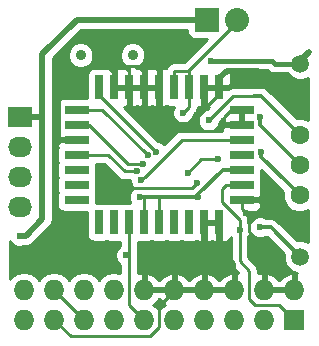
<source format=gbr>
G04 #@! TF.FileFunction,Copper,L1,Top,Signal*
%FSLAX46Y46*%
G04 Gerber Fmt 4.6, Leading zero omitted, Abs format (unit mm)*
G04 Created by KiCad (PCBNEW (2015-10-03 BZR 6242)-product) date Sat 14 Nov 2015 03:55:45 PM EET*
%MOMM*%
G01*
G04 APERTURE LIST*
%ADD10C,0.100000*%
%ADD11R,2.032000X0.762000*%
%ADD12R,0.762000X2.032000*%
%ADD13C,1.600000*%
%ADD14C,0.909320*%
%ADD15R,2.032000X2.032000*%
%ADD16O,2.032000X2.032000*%
%ADD17R,1.727200X1.727200*%
%ADD18O,1.727200X1.727200*%
%ADD19R,2.032000X1.727200*%
%ADD20O,2.032000X1.727200*%
%ADD21C,1.500000*%
%ADD22C,0.600000*%
%ADD23C,0.250000*%
%ADD24C,0.500000*%
%ADD25C,0.300000*%
%ADD26C,0.350000*%
%ADD27C,0.400000*%
%ADD28C,0.254000*%
G04 APERTURE END LIST*
D10*
D11*
X155575000Y-106680000D03*
X155575000Y-105410000D03*
X155575000Y-104140000D03*
X155575000Y-102870000D03*
D12*
X153670000Y-100965000D03*
X152400000Y-100965000D03*
X151130000Y-100965000D03*
X149860000Y-100965000D03*
X148590000Y-100965000D03*
X147320000Y-100965000D03*
X146050000Y-100965000D03*
X144780000Y-100965000D03*
X143510000Y-100965000D03*
D11*
X141605000Y-102870000D03*
X141605000Y-104140000D03*
X141605000Y-105410000D03*
X141605000Y-106680000D03*
X141605000Y-107950000D03*
X141605000Y-109220000D03*
X141605000Y-110490000D03*
D12*
X143510000Y-112395000D03*
X144780000Y-112395000D03*
X146050000Y-112395000D03*
X147320000Y-112395000D03*
X148590000Y-112395000D03*
X149860000Y-112395000D03*
X151130000Y-112395000D03*
X152400000Y-112395000D03*
X153670000Y-112395000D03*
D11*
X155575000Y-110490000D03*
X155575000Y-109220000D03*
X155575000Y-107950000D03*
D13*
X160528000Y-107569000D03*
X160528000Y-110109000D03*
X160528000Y-105029000D03*
D14*
X141945360Y-98264040D03*
X146344640Y-98264040D03*
D15*
X152654000Y-95250000D03*
D16*
X155194000Y-95250000D03*
D17*
X160020000Y-120650000D03*
D18*
X160020000Y-118110000D03*
X157480000Y-120650000D03*
X157480000Y-118110000D03*
X154940000Y-120650000D03*
X154940000Y-118110000D03*
X152400000Y-120650000D03*
X152400000Y-118110000D03*
X149860000Y-120650000D03*
X149860000Y-118110000D03*
X147320000Y-120650000D03*
X147320000Y-118110000D03*
X144780000Y-120650000D03*
X144780000Y-118110000D03*
X142240000Y-120650000D03*
X142240000Y-118110000D03*
X139700000Y-120650000D03*
X139700000Y-118110000D03*
X137160000Y-120650000D03*
X137160000Y-118110000D03*
D19*
X136779000Y-103505000D03*
D20*
X136779000Y-106045000D03*
X136779000Y-108585000D03*
X136779000Y-111125000D03*
D21*
X160528000Y-115316000D03*
X160528000Y-98958400D03*
D22*
X146939000Y-110236000D03*
X151892000Y-110236000D03*
X136779000Y-113538000D03*
X139801600Y-109677200D03*
X144399000Y-98933000D03*
X143256000Y-96774000D03*
X141605000Y-114681000D03*
X141478000Y-116205000D03*
X154059000Y-104140000D03*
X160147000Y-100633786D03*
X146812000Y-102997000D03*
X145669008Y-110236000D03*
X151765000Y-109093000D03*
X155956000Y-111633000D03*
X148367169Y-106452081D03*
X147610233Y-106711054D03*
X147193000Y-107442000D03*
X146685000Y-108077000D03*
X147066000Y-108839000D03*
X150622000Y-103124000D03*
X155397200Y-113030000D03*
X145796000Y-115189000D03*
X157099000Y-103505000D03*
X152781000Y-103759000D03*
X157226000Y-106426000D03*
X153543000Y-107061000D03*
X151003000Y-108204000D03*
X153009600Y-98704400D03*
X157124400Y-112826800D03*
D23*
X147320000Y-112395000D02*
X147320000Y-110236000D01*
X147320000Y-110236000D02*
X148213000Y-110236000D01*
D24*
X136779000Y-113538000D02*
X137287000Y-113538000D01*
X137287000Y-113538000D02*
X138684000Y-112141000D01*
X138684000Y-112141000D02*
X138684000Y-103509281D01*
D25*
X151892000Y-110236000D02*
X151892000Y-110018362D01*
X151892000Y-110018362D02*
X153960362Y-107950000D01*
X153960362Y-107950000D02*
X155575000Y-107950000D01*
X146939000Y-110236000D02*
X147363264Y-110236000D01*
X147363264Y-110236000D02*
X151892000Y-110236000D01*
D24*
X136779000Y-103505000D02*
X138679719Y-103505000D01*
X136779000Y-103505000D02*
X138432727Y-103505000D01*
D23*
X138679719Y-103505000D02*
X138432727Y-103505000D01*
D24*
X138684000Y-98171000D02*
X141605000Y-95250000D01*
X141605000Y-95250000D02*
X152654000Y-95250000D01*
X138684000Y-100235996D02*
X138684000Y-98171000D01*
X138684000Y-103509281D02*
X138684000Y-100235996D01*
D23*
X138684000Y-103509281D02*
X138679719Y-103505000D01*
X148213000Y-110236000D02*
X146939000Y-110236000D01*
X149987000Y-110236000D02*
X151892000Y-110236000D01*
X148590000Y-110236000D02*
X149987000Y-110236000D01*
X148590000Y-110236000D02*
X148680998Y-110236000D01*
X148213000Y-110236000D02*
X148590000Y-110236000D01*
X148590000Y-110236000D02*
X148590000Y-112395000D01*
X155956000Y-111633000D02*
X156210000Y-111887000D01*
X156210000Y-111887000D02*
X156210000Y-113182400D01*
X156210000Y-113182400D02*
X157480000Y-114452400D01*
X157480000Y-114452400D02*
X157480000Y-116888686D01*
X157480000Y-116888686D02*
X157480000Y-118110000D01*
D24*
X139801600Y-112877600D02*
X141605000Y-114681000D01*
X139801600Y-109677200D02*
X139827000Y-109651800D01*
X139827000Y-109651800D02*
X139827000Y-105791000D01*
X139827000Y-105791000D02*
X140208000Y-105410000D01*
X139801600Y-109677200D02*
X139801600Y-112877600D01*
D23*
X160020000Y-118110000D02*
X157480000Y-118110000D01*
X154940000Y-118110000D02*
X152400000Y-118110000D01*
X152400000Y-118110000D02*
X149860000Y-118110000D01*
X149860000Y-118110000D02*
X147320000Y-118110000D01*
X154686000Y-102870000D02*
X154059000Y-103497000D01*
X154059000Y-103497000D02*
X154059000Y-104140000D01*
X155575000Y-102870000D02*
X154686000Y-102870000D01*
X154059000Y-104140000D02*
X153797000Y-104140000D01*
X153797000Y-104140000D02*
X153289000Y-104648000D01*
X153289000Y-104648000D02*
X151511000Y-104648000D01*
X151384000Y-104521000D02*
X151375000Y-104521000D01*
X151511000Y-104648000D02*
X151384000Y-104521000D01*
X151375000Y-104521000D02*
X150982001Y-104128001D01*
D24*
X156972000Y-99568000D02*
X158037786Y-100633786D01*
X158037786Y-100633786D02*
X160147000Y-100633786D01*
X154305000Y-99568000D02*
X156972000Y-99568000D01*
X153670000Y-100203000D02*
X154305000Y-99568000D01*
X153670000Y-100965000D02*
X153670000Y-100203000D01*
D23*
X144145000Y-99187000D02*
X144399000Y-98933000D01*
D24*
X143510000Y-96774000D02*
X143256000Y-96774000D01*
X144145000Y-97409000D02*
X143510000Y-96774000D01*
X144145000Y-99187000D02*
X144145000Y-97409000D01*
D23*
X155575000Y-110490000D02*
X155575000Y-111252000D01*
X155575000Y-111252000D02*
X155956000Y-111633000D01*
X153670000Y-100965000D02*
X153670000Y-101567002D01*
X153670000Y-101567002D02*
X152400000Y-102837002D01*
X140081000Y-105283000D02*
X140081000Y-102588345D01*
X140081000Y-102588345D02*
X140081000Y-102362000D01*
X144145000Y-99187000D02*
X143129000Y-99187000D01*
X140081000Y-100838000D02*
X140081000Y-102588345D01*
X143129000Y-99187000D02*
X143002000Y-99314000D01*
X143002000Y-99314000D02*
X141605000Y-99314000D01*
X141605000Y-99314000D02*
X140081000Y-100838000D01*
X146685000Y-99187000D02*
X146812000Y-99187000D01*
X146812000Y-99187000D02*
X147320000Y-99695000D01*
X147320000Y-99695000D02*
X147320000Y-100965000D01*
X146685000Y-99187000D02*
X148209000Y-99187000D01*
X148209000Y-99187000D02*
X148590000Y-99568000D01*
X148590000Y-99568000D02*
X148590000Y-100965000D01*
X144780000Y-100965000D02*
X144780000Y-99822000D01*
X144780000Y-99822000D02*
X144145000Y-99187000D01*
X144145000Y-99187000D02*
X146050000Y-99187000D01*
X146050000Y-99187000D02*
X146685000Y-99187000D01*
X141605000Y-114681000D02*
X141605000Y-116078000D01*
X141605000Y-116078000D02*
X141478000Y-116205000D01*
X141605000Y-105410000D02*
X140208000Y-105410000D01*
X140208000Y-105410000D02*
X140081000Y-105283000D01*
X147828000Y-122047000D02*
X141097000Y-122047000D01*
X141097000Y-122047000D02*
X139700000Y-120650000D01*
X148590000Y-121285000D02*
X147828000Y-122047000D01*
X148590000Y-119507000D02*
X148590000Y-121285000D01*
X149860000Y-118237000D02*
X148590000Y-119507000D01*
X149860000Y-118110000D02*
X149860000Y-118237000D01*
X146812000Y-102997000D02*
X148303002Y-102997000D01*
X148303002Y-102997000D02*
X148590000Y-102710002D01*
D24*
X148590000Y-100965000D02*
X148590000Y-102710002D01*
X150982001Y-104128001D02*
X151109001Y-104128001D01*
X150728001Y-104128001D02*
X150982001Y-104128001D01*
X150007999Y-104128001D02*
X150728001Y-104128001D01*
X148590000Y-102710002D02*
X150007999Y-104128001D01*
X152400000Y-102837002D02*
X152400000Y-102710002D01*
X151109001Y-104128001D02*
X152400000Y-102837002D01*
D23*
X145969007Y-109936001D02*
X145669008Y-110236000D01*
X146431008Y-109474000D02*
X145969007Y-109936001D01*
X151384000Y-109474000D02*
X146431008Y-109474000D01*
X151765000Y-109093000D02*
X151384000Y-109474000D01*
X156210000Y-110490000D02*
X155575000Y-110490000D01*
X146050000Y-99187000D02*
X146050000Y-100965000D01*
X154940000Y-118110000D02*
X154940000Y-115828125D01*
X154940000Y-115828125D02*
X153665875Y-114554000D01*
X152400000Y-118110000D02*
X152400000Y-114935000D01*
X152400000Y-114935000D02*
X152781000Y-114554000D01*
X148980999Y-115071999D02*
X149860000Y-115951000D01*
X149860000Y-115951000D02*
X149860000Y-118110000D01*
X147320000Y-118110000D02*
X147320000Y-115787998D01*
X147320000Y-115787998D02*
X148035999Y-115071999D01*
X148035999Y-115071999D02*
X148980999Y-115071999D01*
D24*
X155575000Y-102870000D02*
X156210000Y-102870000D01*
X155575000Y-104140000D02*
X154059000Y-104140000D01*
X152400000Y-102710002D02*
X152400000Y-102481000D01*
X152400000Y-102481000D02*
X152400000Y-100965000D01*
X141478000Y-105537000D02*
X141605000Y-105410000D01*
X153665875Y-114554000D02*
X152781000Y-114554000D01*
X153670000Y-112395000D02*
X153670000Y-113030000D01*
X153670000Y-113030000D02*
X153665875Y-113034125D01*
X153665875Y-113034125D02*
X153665875Y-114554000D01*
X152781000Y-114554000D02*
X152400000Y-114173000D01*
X152400000Y-114173000D02*
X152400000Y-112395000D01*
D23*
X148362081Y-106452081D02*
X148367169Y-106452081D01*
X143510000Y-100965000D02*
X143510000Y-101600000D01*
X143510000Y-101600000D02*
X148362081Y-106452081D01*
X141605000Y-102870000D02*
X143769179Y-102870000D01*
X143769179Y-102870000D02*
X147610233Y-106711054D01*
X145923000Y-107442000D02*
X147193000Y-107442000D01*
X145034000Y-106553000D02*
X145923000Y-107442000D01*
X145034000Y-106553000D02*
X142621000Y-104140000D01*
X142621000Y-104140000D02*
X141605000Y-104140000D01*
X144272000Y-106680000D02*
X145669000Y-108077000D01*
X145669000Y-108077000D02*
X146685000Y-108077000D01*
X141605000Y-106680000D02*
X144272000Y-106680000D01*
X141605000Y-106680000D02*
X142240000Y-106680000D01*
X155575000Y-105410000D02*
X150495000Y-105410000D01*
X147365999Y-108539001D02*
X147066000Y-108839000D01*
X150495000Y-105410000D02*
X147365999Y-108539001D01*
X155194000Y-95250000D02*
X155194000Y-95429524D01*
X154178001Y-96445523D02*
X151027262Y-99596262D01*
X155194000Y-95429524D02*
X154178001Y-96445523D01*
X150622000Y-103124000D02*
X151130000Y-102616000D01*
X151130000Y-102616000D02*
X151130000Y-100965000D01*
X149860000Y-99596262D02*
X149860000Y-100965000D01*
X151130000Y-100965000D02*
X151130000Y-99699000D01*
X151130000Y-99699000D02*
X151027262Y-99596262D01*
X151027262Y-99596262D02*
X149860000Y-99596262D01*
X156718000Y-119380000D02*
X158750000Y-119380000D01*
X158750000Y-119380000D02*
X160020000Y-120650000D01*
X156210000Y-118872000D02*
X156718000Y-119380000D01*
X156210000Y-116484400D02*
X156210000Y-118872000D01*
X155397200Y-115671600D02*
X156210000Y-116484400D01*
X155397200Y-113030000D02*
X155397200Y-115671600D01*
X153873200Y-109575600D02*
X154228800Y-109220000D01*
X154228800Y-109220000D02*
X155575000Y-109220000D01*
X153873200Y-110693200D02*
X153873200Y-109575600D01*
X155397200Y-112217200D02*
X153873200Y-110693200D01*
X155397200Y-113030000D02*
X155397200Y-112217200D01*
X160020000Y-120650000D02*
X159385000Y-120650000D01*
X145796000Y-115189000D02*
X145917733Y-115189000D01*
X145917733Y-115189000D02*
X146049998Y-115056735D01*
X146049998Y-114173000D02*
X146049998Y-115056735D01*
X146049998Y-115056735D02*
X146049998Y-119379998D01*
X146049998Y-119379998D02*
X147320000Y-120650000D01*
X146049998Y-113748736D02*
X146049998Y-114173000D01*
X146049998Y-112140998D02*
X146049998Y-113748736D01*
D26*
X157099000Y-104114600D02*
X157099000Y-104140000D01*
X157099000Y-104140000D02*
X160528000Y-107569000D01*
X157099000Y-103505000D02*
X157099000Y-104114600D01*
D23*
X160528000Y-107569000D02*
X160528000Y-107823000D01*
D26*
X156591000Y-101727000D02*
X157226000Y-101727000D01*
X157226000Y-101727000D02*
X160528000Y-105029000D01*
D23*
X160528000Y-105029000D02*
X160782000Y-105029000D01*
X152781000Y-103759000D02*
X154813000Y-101727000D01*
X154813000Y-101727000D02*
X156591000Y-101727000D01*
D26*
X159392536Y-109016800D02*
X159435800Y-109016800D01*
X159435800Y-109016800D02*
X160528000Y-110109000D01*
X157226000Y-106426000D02*
X157226000Y-106850264D01*
X157226000Y-106850264D02*
X159392536Y-109016800D01*
D23*
X160274000Y-110109000D02*
X160528000Y-110109000D01*
X153543000Y-107061000D02*
X152146000Y-107061000D01*
X152146000Y-107061000D02*
X151003000Y-108204000D01*
X142238589Y-120650000D02*
X142240000Y-120650000D01*
X140563599Y-118975010D02*
X142238589Y-120650000D01*
X140563599Y-118973599D02*
X140563599Y-118975010D01*
X139700000Y-118110000D02*
X140563599Y-118973599D01*
D24*
X160528000Y-98704400D02*
X161239200Y-97993200D01*
X160528000Y-98958400D02*
X160528000Y-98704400D01*
D27*
X158394400Y-98958400D02*
X158140400Y-98704400D01*
X158140400Y-98704400D02*
X153009600Y-98704400D01*
X160528000Y-98958400D02*
X158394400Y-98958400D01*
D26*
X158038800Y-112826800D02*
X157124400Y-112826800D01*
X158038800Y-112826800D02*
X160528000Y-115316000D01*
D28*
G36*
X139827000Y-120523000D02*
X139847000Y-120523000D01*
X139847000Y-120777000D01*
X139827000Y-120777000D01*
X139827000Y-120797000D01*
X139573000Y-120797000D01*
X139573000Y-120777000D01*
X139553000Y-120777000D01*
X139553000Y-120523000D01*
X139573000Y-120523000D01*
X139573000Y-120503000D01*
X139827000Y-120503000D01*
X139827000Y-120523000D01*
X139827000Y-120523000D01*
G37*
X139827000Y-120523000D02*
X139847000Y-120523000D01*
X139847000Y-120777000D01*
X139827000Y-120777000D01*
X139827000Y-120797000D01*
X139573000Y-120797000D01*
X139573000Y-120777000D01*
X139553000Y-120777000D01*
X139553000Y-120523000D01*
X139573000Y-120523000D01*
X139573000Y-120503000D01*
X139827000Y-120503000D01*
X139827000Y-120523000D01*
G36*
X148971510Y-119316821D02*
X149094228Y-119374336D01*
X148770971Y-119590330D01*
X148590000Y-119861172D01*
X148409029Y-119590330D01*
X148085772Y-119374336D01*
X148208490Y-119316821D01*
X148590000Y-118898848D01*
X148971510Y-119316821D01*
X148971510Y-119316821D01*
G37*
X148971510Y-119316821D02*
X149094228Y-119374336D01*
X148770971Y-119590330D01*
X148590000Y-119861172D01*
X148409029Y-119590330D01*
X148085772Y-119374336D01*
X148208490Y-119316821D01*
X148590000Y-118898848D01*
X148971510Y-119316821D01*
G36*
X156331283Y-113355743D02*
X156594073Y-113618992D01*
X156937601Y-113761638D01*
X157309567Y-113761962D01*
X157612483Y-113636800D01*
X157703288Y-113636800D01*
X159143208Y-115076721D01*
X159142760Y-115590285D01*
X159353169Y-116099515D01*
X159742436Y-116489461D01*
X160251298Y-116700759D01*
X160290911Y-116700794D01*
X160147000Y-116775531D01*
X160147000Y-117983000D01*
X160167000Y-117983000D01*
X160167000Y-118237000D01*
X160147000Y-118237000D01*
X160147000Y-118257000D01*
X159893000Y-118257000D01*
X159893000Y-118237000D01*
X157607000Y-118237000D01*
X157607000Y-118257000D01*
X157353000Y-118257000D01*
X157353000Y-118237000D01*
X157333000Y-118237000D01*
X157333000Y-117983000D01*
X157353000Y-117983000D01*
X157353000Y-116775531D01*
X157607000Y-116775531D01*
X157607000Y-117983000D01*
X159893000Y-117983000D01*
X159893000Y-116775531D01*
X159660973Y-116655032D01*
X159131510Y-116903179D01*
X158750000Y-117321152D01*
X158368490Y-116903179D01*
X157839027Y-116655032D01*
X157607000Y-116775531D01*
X157353000Y-116775531D01*
X157120973Y-116655032D01*
X156970000Y-116725790D01*
X156970000Y-116484400D01*
X156912148Y-116193561D01*
X156747401Y-115946999D01*
X156157200Y-115356798D01*
X156157200Y-113592463D01*
X156189392Y-113560327D01*
X156302883Y-113287011D01*
X156331283Y-113355743D01*
X156331283Y-113355743D01*
G37*
X156331283Y-113355743D02*
X156594073Y-113618992D01*
X156937601Y-113761638D01*
X157309567Y-113761962D01*
X157612483Y-113636800D01*
X157703288Y-113636800D01*
X159143208Y-115076721D01*
X159142760Y-115590285D01*
X159353169Y-116099515D01*
X159742436Y-116489461D01*
X160251298Y-116700759D01*
X160290911Y-116700794D01*
X160147000Y-116775531D01*
X160147000Y-117983000D01*
X160167000Y-117983000D01*
X160167000Y-118237000D01*
X160147000Y-118237000D01*
X160147000Y-118257000D01*
X159893000Y-118257000D01*
X159893000Y-118237000D01*
X157607000Y-118237000D01*
X157607000Y-118257000D01*
X157353000Y-118257000D01*
X157353000Y-118237000D01*
X157333000Y-118237000D01*
X157333000Y-117983000D01*
X157353000Y-117983000D01*
X157353000Y-116775531D01*
X157607000Y-116775531D01*
X157607000Y-117983000D01*
X159893000Y-117983000D01*
X159893000Y-116775531D01*
X159660973Y-116655032D01*
X159131510Y-116903179D01*
X158750000Y-117321152D01*
X158368490Y-116903179D01*
X157839027Y-116655032D01*
X157607000Y-116775531D01*
X157353000Y-116775531D01*
X157120973Y-116655032D01*
X156970000Y-116725790D01*
X156970000Y-116484400D01*
X156912148Y-116193561D01*
X156747401Y-115946999D01*
X156157200Y-115356798D01*
X156157200Y-113592463D01*
X156189392Y-113560327D01*
X156302883Y-113287011D01*
X156331283Y-113355743D01*
G36*
X152527000Y-112268000D02*
X153543000Y-112268000D01*
X153543000Y-112248000D01*
X153797000Y-112248000D01*
X153797000Y-112268000D01*
X153817000Y-112268000D01*
X153817000Y-112522000D01*
X153797000Y-112522000D01*
X153797000Y-113887250D01*
X153955750Y-114046000D01*
X154177310Y-114046000D01*
X154410699Y-113949327D01*
X154589327Y-113770698D01*
X154637200Y-113655122D01*
X154637200Y-115671600D01*
X154695052Y-115962439D01*
X154859799Y-116209001D01*
X155311831Y-116661033D01*
X155299027Y-116655032D01*
X155067000Y-116775531D01*
X155067000Y-117983000D01*
X155087000Y-117983000D01*
X155087000Y-118237000D01*
X155067000Y-118237000D01*
X155067000Y-118257000D01*
X154813000Y-118257000D01*
X154813000Y-118237000D01*
X152527000Y-118237000D01*
X152527000Y-118257000D01*
X152273000Y-118257000D01*
X152273000Y-118237000D01*
X149987000Y-118237000D01*
X149987000Y-118257000D01*
X149733000Y-118257000D01*
X149733000Y-118237000D01*
X147447000Y-118237000D01*
X147447000Y-118257000D01*
X147193000Y-118257000D01*
X147193000Y-118237000D01*
X147173000Y-118237000D01*
X147173000Y-117983000D01*
X147193000Y-117983000D01*
X147193000Y-116775531D01*
X147447000Y-116775531D01*
X147447000Y-117983000D01*
X149733000Y-117983000D01*
X149733000Y-116775531D01*
X149987000Y-116775531D01*
X149987000Y-117983000D01*
X152273000Y-117983000D01*
X152273000Y-116775531D01*
X152527000Y-116775531D01*
X152527000Y-117983000D01*
X154813000Y-117983000D01*
X154813000Y-116775531D01*
X154580973Y-116655032D01*
X154051510Y-116903179D01*
X153670000Y-117321152D01*
X153288490Y-116903179D01*
X152759027Y-116655032D01*
X152527000Y-116775531D01*
X152273000Y-116775531D01*
X152040973Y-116655032D01*
X151511510Y-116903179D01*
X151130000Y-117321152D01*
X150748490Y-116903179D01*
X150219027Y-116655032D01*
X149987000Y-116775531D01*
X149733000Y-116775531D01*
X149500973Y-116655032D01*
X148971510Y-116903179D01*
X148590000Y-117321152D01*
X148208490Y-116903179D01*
X147679027Y-116655032D01*
X147447000Y-116775531D01*
X147193000Y-116775531D01*
X146960973Y-116655032D01*
X146809998Y-116725790D01*
X146809998Y-114032316D01*
X146939000Y-114058440D01*
X147701000Y-114058440D01*
X147936317Y-114014162D01*
X147952099Y-114004007D01*
X147957110Y-114007431D01*
X148209000Y-114058440D01*
X148971000Y-114058440D01*
X149206317Y-114014162D01*
X149222099Y-114004007D01*
X149227110Y-114007431D01*
X149479000Y-114058440D01*
X150241000Y-114058440D01*
X150476317Y-114014162D01*
X150492099Y-114004007D01*
X150497110Y-114007431D01*
X150749000Y-114058440D01*
X151511000Y-114058440D01*
X151746317Y-114014162D01*
X151773538Y-113996646D01*
X151892690Y-114046000D01*
X152114250Y-114046000D01*
X152273000Y-113887250D01*
X152273000Y-112522000D01*
X152527000Y-112522000D01*
X152527000Y-113887250D01*
X152685750Y-114046000D01*
X152907310Y-114046000D01*
X153035000Y-113993109D01*
X153162690Y-114046000D01*
X153384250Y-114046000D01*
X153543000Y-113887250D01*
X153543000Y-112522000D01*
X152527000Y-112522000D01*
X152273000Y-112522000D01*
X152253000Y-112522000D01*
X152253000Y-112268000D01*
X152273000Y-112268000D01*
X152273000Y-112248000D01*
X152527000Y-112248000D01*
X152527000Y-112268000D01*
X152527000Y-112268000D01*
G37*
X152527000Y-112268000D02*
X153543000Y-112268000D01*
X153543000Y-112248000D01*
X153797000Y-112248000D01*
X153797000Y-112268000D01*
X153817000Y-112268000D01*
X153817000Y-112522000D01*
X153797000Y-112522000D01*
X153797000Y-113887250D01*
X153955750Y-114046000D01*
X154177310Y-114046000D01*
X154410699Y-113949327D01*
X154589327Y-113770698D01*
X154637200Y-113655122D01*
X154637200Y-115671600D01*
X154695052Y-115962439D01*
X154859799Y-116209001D01*
X155311831Y-116661033D01*
X155299027Y-116655032D01*
X155067000Y-116775531D01*
X155067000Y-117983000D01*
X155087000Y-117983000D01*
X155087000Y-118237000D01*
X155067000Y-118237000D01*
X155067000Y-118257000D01*
X154813000Y-118257000D01*
X154813000Y-118237000D01*
X152527000Y-118237000D01*
X152527000Y-118257000D01*
X152273000Y-118257000D01*
X152273000Y-118237000D01*
X149987000Y-118237000D01*
X149987000Y-118257000D01*
X149733000Y-118257000D01*
X149733000Y-118237000D01*
X147447000Y-118237000D01*
X147447000Y-118257000D01*
X147193000Y-118257000D01*
X147193000Y-118237000D01*
X147173000Y-118237000D01*
X147173000Y-117983000D01*
X147193000Y-117983000D01*
X147193000Y-116775531D01*
X147447000Y-116775531D01*
X147447000Y-117983000D01*
X149733000Y-117983000D01*
X149733000Y-116775531D01*
X149987000Y-116775531D01*
X149987000Y-117983000D01*
X152273000Y-117983000D01*
X152273000Y-116775531D01*
X152527000Y-116775531D01*
X152527000Y-117983000D01*
X154813000Y-117983000D01*
X154813000Y-116775531D01*
X154580973Y-116655032D01*
X154051510Y-116903179D01*
X153670000Y-117321152D01*
X153288490Y-116903179D01*
X152759027Y-116655032D01*
X152527000Y-116775531D01*
X152273000Y-116775531D01*
X152040973Y-116655032D01*
X151511510Y-116903179D01*
X151130000Y-117321152D01*
X150748490Y-116903179D01*
X150219027Y-116655032D01*
X149987000Y-116775531D01*
X149733000Y-116775531D01*
X149500973Y-116655032D01*
X148971510Y-116903179D01*
X148590000Y-117321152D01*
X148208490Y-116903179D01*
X147679027Y-116655032D01*
X147447000Y-116775531D01*
X147193000Y-116775531D01*
X146960973Y-116655032D01*
X146809998Y-116725790D01*
X146809998Y-114032316D01*
X146939000Y-114058440D01*
X147701000Y-114058440D01*
X147936317Y-114014162D01*
X147952099Y-114004007D01*
X147957110Y-114007431D01*
X148209000Y-114058440D01*
X148971000Y-114058440D01*
X149206317Y-114014162D01*
X149222099Y-114004007D01*
X149227110Y-114007431D01*
X149479000Y-114058440D01*
X150241000Y-114058440D01*
X150476317Y-114014162D01*
X150492099Y-114004007D01*
X150497110Y-114007431D01*
X150749000Y-114058440D01*
X151511000Y-114058440D01*
X151746317Y-114014162D01*
X151773538Y-113996646D01*
X151892690Y-114046000D01*
X152114250Y-114046000D01*
X152273000Y-113887250D01*
X152273000Y-112522000D01*
X152527000Y-112522000D01*
X152527000Y-113887250D01*
X152685750Y-114046000D01*
X152907310Y-114046000D01*
X153035000Y-113993109D01*
X153162690Y-114046000D01*
X153384250Y-114046000D01*
X153543000Y-113887250D01*
X153543000Y-112522000D01*
X152527000Y-112522000D01*
X152273000Y-112522000D01*
X152253000Y-112522000D01*
X152253000Y-112268000D01*
X152273000Y-112268000D01*
X152273000Y-112248000D01*
X152527000Y-112248000D01*
X152527000Y-112268000D01*
G36*
X150990560Y-96266000D02*
X151034838Y-96501317D01*
X151173910Y-96717441D01*
X151386110Y-96862431D01*
X151638000Y-96913440D01*
X152635282Y-96913440D01*
X150712460Y-98836262D01*
X149860000Y-98836262D01*
X149569161Y-98894114D01*
X149322599Y-99058861D01*
X149157852Y-99305423D01*
X149151667Y-99336516D01*
X149097310Y-99314000D01*
X148875750Y-99314000D01*
X148717000Y-99472750D01*
X148717000Y-100838000D01*
X148737000Y-100838000D01*
X148737000Y-101092000D01*
X148717000Y-101092000D01*
X148717000Y-102457250D01*
X148875750Y-102616000D01*
X149097310Y-102616000D01*
X149213264Y-102567970D01*
X149227110Y-102577431D01*
X149479000Y-102628440D01*
X149815371Y-102628440D01*
X149687162Y-102937201D01*
X149686838Y-103309167D01*
X149828883Y-103652943D01*
X150091673Y-103916192D01*
X150435201Y-104058838D01*
X150807167Y-104059162D01*
X151150943Y-103917117D01*
X151414192Y-103654327D01*
X151556838Y-103310799D01*
X151556879Y-103263923D01*
X151667401Y-103153401D01*
X151695358Y-103111560D01*
X151832148Y-102906839D01*
X151890000Y-102616000D01*
X151890000Y-102614886D01*
X151892690Y-102616000D01*
X152114250Y-102616000D01*
X152273000Y-102457250D01*
X152273000Y-101092000D01*
X152253000Y-101092000D01*
X152253000Y-100838000D01*
X152273000Y-100838000D01*
X152273000Y-100818000D01*
X152527000Y-100818000D01*
X152527000Y-100838000D01*
X153543000Y-100838000D01*
X153543000Y-100818000D01*
X153797000Y-100818000D01*
X153797000Y-100838000D01*
X154527250Y-100838000D01*
X154686000Y-100679250D01*
X154686000Y-99822691D01*
X154589327Y-99589302D01*
X154539425Y-99539400D01*
X157794532Y-99539400D01*
X157803966Y-99548834D01*
X158074859Y-99729839D01*
X158394400Y-99793400D01*
X159404564Y-99793400D01*
X159742436Y-100131861D01*
X160251298Y-100343159D01*
X160802285Y-100343640D01*
X161215000Y-100173110D01*
X161215000Y-103760473D01*
X160814691Y-103594250D01*
X160243813Y-103593752D01*
X160239887Y-103595374D01*
X157798756Y-101154244D01*
X157748997Y-101120996D01*
X157535974Y-100978658D01*
X157226000Y-100917000D01*
X156591000Y-100917000D01*
X156339634Y-100967000D01*
X154813000Y-100967000D01*
X154522161Y-101024852D01*
X154421667Y-101092000D01*
X153797000Y-101092000D01*
X153797000Y-101112000D01*
X153543000Y-101112000D01*
X153543000Y-101092000D01*
X152527000Y-101092000D01*
X152527000Y-102457250D01*
X152685750Y-102616000D01*
X152849198Y-102616000D01*
X152641320Y-102823878D01*
X152595833Y-102823838D01*
X152252057Y-102965883D01*
X151988808Y-103228673D01*
X151846162Y-103572201D01*
X151845838Y-103944167D01*
X151987883Y-104287943D01*
X152250673Y-104551192D01*
X152488628Y-104650000D01*
X150495000Y-104650000D01*
X150204161Y-104707852D01*
X149957599Y-104872599D01*
X149033783Y-105796415D01*
X148897496Y-105659889D01*
X148553968Y-105517243D01*
X148502000Y-105517198D01*
X145600802Y-102616000D01*
X145764250Y-102616000D01*
X145923000Y-102457250D01*
X145923000Y-101092000D01*
X146177000Y-101092000D01*
X146177000Y-102457250D01*
X146335750Y-102616000D01*
X146557310Y-102616000D01*
X146685000Y-102563109D01*
X146812690Y-102616000D01*
X147034250Y-102616000D01*
X147193000Y-102457250D01*
X147193000Y-101092000D01*
X147447000Y-101092000D01*
X147447000Y-102457250D01*
X147605750Y-102616000D01*
X147827310Y-102616000D01*
X147955000Y-102563109D01*
X148082690Y-102616000D01*
X148304250Y-102616000D01*
X148463000Y-102457250D01*
X148463000Y-101092000D01*
X147447000Y-101092000D01*
X147193000Y-101092000D01*
X146177000Y-101092000D01*
X145923000Y-101092000D01*
X144907000Y-101092000D01*
X144907000Y-101112000D01*
X144653000Y-101112000D01*
X144653000Y-101092000D01*
X144633000Y-101092000D01*
X144633000Y-100838000D01*
X144653000Y-100838000D01*
X144653000Y-99472750D01*
X144907000Y-99472750D01*
X144907000Y-100838000D01*
X145923000Y-100838000D01*
X145923000Y-100818000D01*
X146177000Y-100818000D01*
X146177000Y-100838000D01*
X147193000Y-100838000D01*
X147193000Y-99472750D01*
X147447000Y-99472750D01*
X147447000Y-100838000D01*
X148463000Y-100838000D01*
X148463000Y-99472750D01*
X148304250Y-99314000D01*
X148082690Y-99314000D01*
X147955000Y-99366891D01*
X147827310Y-99314000D01*
X147605750Y-99314000D01*
X147447000Y-99472750D01*
X147193000Y-99472750D01*
X147034250Y-99314000D01*
X146812690Y-99314000D01*
X146685000Y-99366891D01*
X146607081Y-99334616D01*
X146961077Y-99188348D01*
X147267870Y-98882089D01*
X147434111Y-98481738D01*
X147434489Y-98048244D01*
X147268948Y-97647603D01*
X146962689Y-97340810D01*
X146562338Y-97174569D01*
X146128844Y-97174191D01*
X145728203Y-97339732D01*
X145421410Y-97645991D01*
X145255169Y-98046342D01*
X145254791Y-98479836D01*
X145420332Y-98880477D01*
X145726591Y-99187270D01*
X146031789Y-99314000D01*
X145922998Y-99314000D01*
X145922998Y-99472748D01*
X145764250Y-99314000D01*
X145542690Y-99314000D01*
X145415000Y-99366891D01*
X145287310Y-99314000D01*
X145065750Y-99314000D01*
X144907000Y-99472750D01*
X144653000Y-99472750D01*
X144494250Y-99314000D01*
X144272690Y-99314000D01*
X144156736Y-99362030D01*
X144142890Y-99352569D01*
X143891000Y-99301560D01*
X143129000Y-99301560D01*
X142893683Y-99345838D01*
X142677559Y-99484910D01*
X142532569Y-99697110D01*
X142481560Y-99949000D01*
X142481560Y-101841560D01*
X140589000Y-101841560D01*
X140353683Y-101885838D01*
X140137559Y-102024910D01*
X139992569Y-102237110D01*
X139941560Y-102489000D01*
X139941560Y-103251000D01*
X139985838Y-103486317D01*
X139995993Y-103502099D01*
X139992569Y-103507110D01*
X139941560Y-103759000D01*
X139941560Y-104521000D01*
X139985838Y-104756317D01*
X140003355Y-104783539D01*
X139954000Y-104902691D01*
X139954000Y-105124250D01*
X140112750Y-105283000D01*
X141478000Y-105283000D01*
X141478000Y-105263000D01*
X141732000Y-105263000D01*
X141732000Y-105283000D01*
X141752000Y-105283000D01*
X141752000Y-105537000D01*
X141732000Y-105537000D01*
X141732000Y-105557000D01*
X141478000Y-105557000D01*
X141478000Y-105537000D01*
X140112750Y-105537000D01*
X139954000Y-105695750D01*
X139954000Y-105917309D01*
X140002030Y-106033263D01*
X139992569Y-106047110D01*
X139941560Y-106299000D01*
X139941560Y-107061000D01*
X139985838Y-107296317D01*
X139995993Y-107312099D01*
X139992569Y-107317110D01*
X139941560Y-107569000D01*
X139941560Y-108331000D01*
X139985838Y-108566317D01*
X139995993Y-108582099D01*
X139992569Y-108587110D01*
X139941560Y-108839000D01*
X139941560Y-109601000D01*
X139985838Y-109836317D01*
X139995993Y-109852099D01*
X139992569Y-109857110D01*
X139941560Y-110109000D01*
X139941560Y-110871000D01*
X139985838Y-111106317D01*
X140124910Y-111322441D01*
X140337110Y-111467431D01*
X140589000Y-111518440D01*
X142481560Y-111518440D01*
X142481560Y-113411000D01*
X142525838Y-113646317D01*
X142664910Y-113862441D01*
X142877110Y-114007431D01*
X143129000Y-114058440D01*
X143891000Y-114058440D01*
X144126317Y-114014162D01*
X144142099Y-114004007D01*
X144147110Y-114007431D01*
X144399000Y-114058440D01*
X145161000Y-114058440D01*
X145289998Y-114034167D01*
X145289998Y-114386404D01*
X145267057Y-114395883D01*
X145003808Y-114658673D01*
X144861162Y-115002201D01*
X144860838Y-115374167D01*
X145002883Y-115717943D01*
X145265673Y-115981192D01*
X145289998Y-115991293D01*
X145289998Y-116707005D01*
X144809359Y-116611400D01*
X144750641Y-116611400D01*
X144177152Y-116725474D01*
X143690971Y-117050330D01*
X143510000Y-117321172D01*
X143329029Y-117050330D01*
X142842848Y-116725474D01*
X142269359Y-116611400D01*
X142210641Y-116611400D01*
X141637152Y-116725474D01*
X141150971Y-117050330D01*
X140970000Y-117321172D01*
X140789029Y-117050330D01*
X140302848Y-116725474D01*
X139729359Y-116611400D01*
X139670641Y-116611400D01*
X139097152Y-116725474D01*
X138610971Y-117050330D01*
X138430000Y-117321172D01*
X138249029Y-117050330D01*
X137762848Y-116725474D01*
X137189359Y-116611400D01*
X137130641Y-116611400D01*
X136557152Y-116725474D01*
X136070971Y-117050330D01*
X135965000Y-117208927D01*
X135965000Y-114016402D01*
X135985883Y-114066943D01*
X136248673Y-114330192D01*
X136592201Y-114472838D01*
X136964167Y-114473162D01*
X137085569Y-114423000D01*
X137286995Y-114423000D01*
X137287000Y-114423001D01*
X137569484Y-114366810D01*
X137625675Y-114355633D01*
X137912790Y-114163790D01*
X139309787Y-112766792D01*
X139309790Y-112766790D01*
X139501633Y-112479675D01*
X139569000Y-112141000D01*
X139569000Y-98537580D01*
X139626743Y-98479836D01*
X140855511Y-98479836D01*
X141021052Y-98880477D01*
X141327311Y-99187270D01*
X141727662Y-99353511D01*
X142161156Y-99353889D01*
X142561797Y-99188348D01*
X142868590Y-98882089D01*
X143034831Y-98481738D01*
X143035209Y-98048244D01*
X142869668Y-97647603D01*
X142563409Y-97340810D01*
X142163058Y-97174569D01*
X141729564Y-97174191D01*
X141328923Y-97339732D01*
X141022130Y-97645991D01*
X140855889Y-98046342D01*
X140855511Y-98479836D01*
X139626743Y-98479836D01*
X141971579Y-96135000D01*
X150990560Y-96135000D01*
X150990560Y-96266000D01*
X150990560Y-96266000D01*
G37*
X150990560Y-96266000D02*
X151034838Y-96501317D01*
X151173910Y-96717441D01*
X151386110Y-96862431D01*
X151638000Y-96913440D01*
X152635282Y-96913440D01*
X150712460Y-98836262D01*
X149860000Y-98836262D01*
X149569161Y-98894114D01*
X149322599Y-99058861D01*
X149157852Y-99305423D01*
X149151667Y-99336516D01*
X149097310Y-99314000D01*
X148875750Y-99314000D01*
X148717000Y-99472750D01*
X148717000Y-100838000D01*
X148737000Y-100838000D01*
X148737000Y-101092000D01*
X148717000Y-101092000D01*
X148717000Y-102457250D01*
X148875750Y-102616000D01*
X149097310Y-102616000D01*
X149213264Y-102567970D01*
X149227110Y-102577431D01*
X149479000Y-102628440D01*
X149815371Y-102628440D01*
X149687162Y-102937201D01*
X149686838Y-103309167D01*
X149828883Y-103652943D01*
X150091673Y-103916192D01*
X150435201Y-104058838D01*
X150807167Y-104059162D01*
X151150943Y-103917117D01*
X151414192Y-103654327D01*
X151556838Y-103310799D01*
X151556879Y-103263923D01*
X151667401Y-103153401D01*
X151695358Y-103111560D01*
X151832148Y-102906839D01*
X151890000Y-102616000D01*
X151890000Y-102614886D01*
X151892690Y-102616000D01*
X152114250Y-102616000D01*
X152273000Y-102457250D01*
X152273000Y-101092000D01*
X152253000Y-101092000D01*
X152253000Y-100838000D01*
X152273000Y-100838000D01*
X152273000Y-100818000D01*
X152527000Y-100818000D01*
X152527000Y-100838000D01*
X153543000Y-100838000D01*
X153543000Y-100818000D01*
X153797000Y-100818000D01*
X153797000Y-100838000D01*
X154527250Y-100838000D01*
X154686000Y-100679250D01*
X154686000Y-99822691D01*
X154589327Y-99589302D01*
X154539425Y-99539400D01*
X157794532Y-99539400D01*
X157803966Y-99548834D01*
X158074859Y-99729839D01*
X158394400Y-99793400D01*
X159404564Y-99793400D01*
X159742436Y-100131861D01*
X160251298Y-100343159D01*
X160802285Y-100343640D01*
X161215000Y-100173110D01*
X161215000Y-103760473D01*
X160814691Y-103594250D01*
X160243813Y-103593752D01*
X160239887Y-103595374D01*
X157798756Y-101154244D01*
X157748997Y-101120996D01*
X157535974Y-100978658D01*
X157226000Y-100917000D01*
X156591000Y-100917000D01*
X156339634Y-100967000D01*
X154813000Y-100967000D01*
X154522161Y-101024852D01*
X154421667Y-101092000D01*
X153797000Y-101092000D01*
X153797000Y-101112000D01*
X153543000Y-101112000D01*
X153543000Y-101092000D01*
X152527000Y-101092000D01*
X152527000Y-102457250D01*
X152685750Y-102616000D01*
X152849198Y-102616000D01*
X152641320Y-102823878D01*
X152595833Y-102823838D01*
X152252057Y-102965883D01*
X151988808Y-103228673D01*
X151846162Y-103572201D01*
X151845838Y-103944167D01*
X151987883Y-104287943D01*
X152250673Y-104551192D01*
X152488628Y-104650000D01*
X150495000Y-104650000D01*
X150204161Y-104707852D01*
X149957599Y-104872599D01*
X149033783Y-105796415D01*
X148897496Y-105659889D01*
X148553968Y-105517243D01*
X148502000Y-105517198D01*
X145600802Y-102616000D01*
X145764250Y-102616000D01*
X145923000Y-102457250D01*
X145923000Y-101092000D01*
X146177000Y-101092000D01*
X146177000Y-102457250D01*
X146335750Y-102616000D01*
X146557310Y-102616000D01*
X146685000Y-102563109D01*
X146812690Y-102616000D01*
X147034250Y-102616000D01*
X147193000Y-102457250D01*
X147193000Y-101092000D01*
X147447000Y-101092000D01*
X147447000Y-102457250D01*
X147605750Y-102616000D01*
X147827310Y-102616000D01*
X147955000Y-102563109D01*
X148082690Y-102616000D01*
X148304250Y-102616000D01*
X148463000Y-102457250D01*
X148463000Y-101092000D01*
X147447000Y-101092000D01*
X147193000Y-101092000D01*
X146177000Y-101092000D01*
X145923000Y-101092000D01*
X144907000Y-101092000D01*
X144907000Y-101112000D01*
X144653000Y-101112000D01*
X144653000Y-101092000D01*
X144633000Y-101092000D01*
X144633000Y-100838000D01*
X144653000Y-100838000D01*
X144653000Y-99472750D01*
X144907000Y-99472750D01*
X144907000Y-100838000D01*
X145923000Y-100838000D01*
X145923000Y-100818000D01*
X146177000Y-100818000D01*
X146177000Y-100838000D01*
X147193000Y-100838000D01*
X147193000Y-99472750D01*
X147447000Y-99472750D01*
X147447000Y-100838000D01*
X148463000Y-100838000D01*
X148463000Y-99472750D01*
X148304250Y-99314000D01*
X148082690Y-99314000D01*
X147955000Y-99366891D01*
X147827310Y-99314000D01*
X147605750Y-99314000D01*
X147447000Y-99472750D01*
X147193000Y-99472750D01*
X147034250Y-99314000D01*
X146812690Y-99314000D01*
X146685000Y-99366891D01*
X146607081Y-99334616D01*
X146961077Y-99188348D01*
X147267870Y-98882089D01*
X147434111Y-98481738D01*
X147434489Y-98048244D01*
X147268948Y-97647603D01*
X146962689Y-97340810D01*
X146562338Y-97174569D01*
X146128844Y-97174191D01*
X145728203Y-97339732D01*
X145421410Y-97645991D01*
X145255169Y-98046342D01*
X145254791Y-98479836D01*
X145420332Y-98880477D01*
X145726591Y-99187270D01*
X146031789Y-99314000D01*
X145922998Y-99314000D01*
X145922998Y-99472748D01*
X145764250Y-99314000D01*
X145542690Y-99314000D01*
X145415000Y-99366891D01*
X145287310Y-99314000D01*
X145065750Y-99314000D01*
X144907000Y-99472750D01*
X144653000Y-99472750D01*
X144494250Y-99314000D01*
X144272690Y-99314000D01*
X144156736Y-99362030D01*
X144142890Y-99352569D01*
X143891000Y-99301560D01*
X143129000Y-99301560D01*
X142893683Y-99345838D01*
X142677559Y-99484910D01*
X142532569Y-99697110D01*
X142481560Y-99949000D01*
X142481560Y-101841560D01*
X140589000Y-101841560D01*
X140353683Y-101885838D01*
X140137559Y-102024910D01*
X139992569Y-102237110D01*
X139941560Y-102489000D01*
X139941560Y-103251000D01*
X139985838Y-103486317D01*
X139995993Y-103502099D01*
X139992569Y-103507110D01*
X139941560Y-103759000D01*
X139941560Y-104521000D01*
X139985838Y-104756317D01*
X140003355Y-104783539D01*
X139954000Y-104902691D01*
X139954000Y-105124250D01*
X140112750Y-105283000D01*
X141478000Y-105283000D01*
X141478000Y-105263000D01*
X141732000Y-105263000D01*
X141732000Y-105283000D01*
X141752000Y-105283000D01*
X141752000Y-105537000D01*
X141732000Y-105537000D01*
X141732000Y-105557000D01*
X141478000Y-105557000D01*
X141478000Y-105537000D01*
X140112750Y-105537000D01*
X139954000Y-105695750D01*
X139954000Y-105917309D01*
X140002030Y-106033263D01*
X139992569Y-106047110D01*
X139941560Y-106299000D01*
X139941560Y-107061000D01*
X139985838Y-107296317D01*
X139995993Y-107312099D01*
X139992569Y-107317110D01*
X139941560Y-107569000D01*
X139941560Y-108331000D01*
X139985838Y-108566317D01*
X139995993Y-108582099D01*
X139992569Y-108587110D01*
X139941560Y-108839000D01*
X139941560Y-109601000D01*
X139985838Y-109836317D01*
X139995993Y-109852099D01*
X139992569Y-109857110D01*
X139941560Y-110109000D01*
X139941560Y-110871000D01*
X139985838Y-111106317D01*
X140124910Y-111322441D01*
X140337110Y-111467431D01*
X140589000Y-111518440D01*
X142481560Y-111518440D01*
X142481560Y-113411000D01*
X142525838Y-113646317D01*
X142664910Y-113862441D01*
X142877110Y-114007431D01*
X143129000Y-114058440D01*
X143891000Y-114058440D01*
X144126317Y-114014162D01*
X144142099Y-114004007D01*
X144147110Y-114007431D01*
X144399000Y-114058440D01*
X145161000Y-114058440D01*
X145289998Y-114034167D01*
X145289998Y-114386404D01*
X145267057Y-114395883D01*
X145003808Y-114658673D01*
X144861162Y-115002201D01*
X144860838Y-115374167D01*
X145002883Y-115717943D01*
X145265673Y-115981192D01*
X145289998Y-115991293D01*
X145289998Y-116707005D01*
X144809359Y-116611400D01*
X144750641Y-116611400D01*
X144177152Y-116725474D01*
X143690971Y-117050330D01*
X143510000Y-117321172D01*
X143329029Y-117050330D01*
X142842848Y-116725474D01*
X142269359Y-116611400D01*
X142210641Y-116611400D01*
X141637152Y-116725474D01*
X141150971Y-117050330D01*
X140970000Y-117321172D01*
X140789029Y-117050330D01*
X140302848Y-116725474D01*
X139729359Y-116611400D01*
X139670641Y-116611400D01*
X139097152Y-116725474D01*
X138610971Y-117050330D01*
X138430000Y-117321172D01*
X138249029Y-117050330D01*
X137762848Y-116725474D01*
X137189359Y-116611400D01*
X137130641Y-116611400D01*
X136557152Y-116725474D01*
X136070971Y-117050330D01*
X135965000Y-117208927D01*
X135965000Y-114016402D01*
X135985883Y-114066943D01*
X136248673Y-114330192D01*
X136592201Y-114472838D01*
X136964167Y-114473162D01*
X137085569Y-114423000D01*
X137286995Y-114423000D01*
X137287000Y-114423001D01*
X137569484Y-114366810D01*
X137625675Y-114355633D01*
X137912790Y-114163790D01*
X139309787Y-112766792D01*
X139309790Y-112766790D01*
X139501633Y-112479675D01*
X139569000Y-112141000D01*
X139569000Y-98537580D01*
X139626743Y-98479836D01*
X140855511Y-98479836D01*
X141021052Y-98880477D01*
X141327311Y-99187270D01*
X141727662Y-99353511D01*
X142161156Y-99353889D01*
X142561797Y-99188348D01*
X142868590Y-98882089D01*
X143034831Y-98481738D01*
X143035209Y-98048244D01*
X142869668Y-97647603D01*
X142563409Y-97340810D01*
X142163058Y-97174569D01*
X141729564Y-97174191D01*
X141328923Y-97339732D01*
X141022130Y-97645991D01*
X140855889Y-98046342D01*
X140855511Y-98479836D01*
X139626743Y-98479836D01*
X141971579Y-96135000D01*
X150990560Y-96135000D01*
X150990560Y-96266000D01*
G36*
X158819780Y-109589557D02*
X158950166Y-109676678D01*
X159093997Y-109820509D01*
X159093250Y-109822309D01*
X159092752Y-110393187D01*
X159310757Y-110920800D01*
X159714077Y-111324824D01*
X160241309Y-111543750D01*
X160812187Y-111544248D01*
X161215000Y-111377809D01*
X161215000Y-114101612D01*
X160804702Y-113931241D01*
X160288303Y-113930790D01*
X158611556Y-112254044D01*
X158442371Y-112140998D01*
X158348774Y-112078458D01*
X158038800Y-112016800D01*
X157611841Y-112016800D01*
X157311199Y-111891962D01*
X156939233Y-111891638D01*
X156595457Y-112033683D01*
X156332208Y-112296473D01*
X156218717Y-112569789D01*
X156190317Y-112501057D01*
X156157200Y-112467882D01*
X156157200Y-112217200D01*
X156099348Y-111926361D01*
X156099348Y-111926360D01*
X155934601Y-111679799D01*
X155702002Y-111447200D01*
X155702002Y-111347252D01*
X155860750Y-111506000D01*
X156717310Y-111506000D01*
X156950699Y-111409327D01*
X157129327Y-111230698D01*
X157226000Y-110997309D01*
X157226000Y-110775750D01*
X157067250Y-110617000D01*
X155702000Y-110617000D01*
X155702000Y-110637000D01*
X155448000Y-110637000D01*
X155448000Y-110617000D01*
X155428000Y-110617000D01*
X155428000Y-110363000D01*
X155448000Y-110363000D01*
X155448000Y-110343000D01*
X155702000Y-110343000D01*
X155702000Y-110363000D01*
X157067250Y-110363000D01*
X157226000Y-110204250D01*
X157226000Y-109982691D01*
X157177970Y-109866737D01*
X157187431Y-109852890D01*
X157238440Y-109601000D01*
X157238440Y-108839000D01*
X157194162Y-108603683D01*
X157184007Y-108587901D01*
X157187431Y-108582890D01*
X157238440Y-108331000D01*
X157238440Y-108008216D01*
X158819780Y-109589557D01*
X158819780Y-109589557D01*
G37*
X158819780Y-109589557D02*
X158950166Y-109676678D01*
X159093997Y-109820509D01*
X159093250Y-109822309D01*
X159092752Y-110393187D01*
X159310757Y-110920800D01*
X159714077Y-111324824D01*
X160241309Y-111543750D01*
X160812187Y-111544248D01*
X161215000Y-111377809D01*
X161215000Y-114101612D01*
X160804702Y-113931241D01*
X160288303Y-113930790D01*
X158611556Y-112254044D01*
X158442371Y-112140998D01*
X158348774Y-112078458D01*
X158038800Y-112016800D01*
X157611841Y-112016800D01*
X157311199Y-111891962D01*
X156939233Y-111891638D01*
X156595457Y-112033683D01*
X156332208Y-112296473D01*
X156218717Y-112569789D01*
X156190317Y-112501057D01*
X156157200Y-112467882D01*
X156157200Y-112217200D01*
X156099348Y-111926361D01*
X156099348Y-111926360D01*
X155934601Y-111679799D01*
X155702002Y-111447200D01*
X155702002Y-111347252D01*
X155860750Y-111506000D01*
X156717310Y-111506000D01*
X156950699Y-111409327D01*
X157129327Y-111230698D01*
X157226000Y-110997309D01*
X157226000Y-110775750D01*
X157067250Y-110617000D01*
X155702000Y-110617000D01*
X155702000Y-110637000D01*
X155448000Y-110637000D01*
X155448000Y-110617000D01*
X155428000Y-110617000D01*
X155428000Y-110363000D01*
X155448000Y-110363000D01*
X155448000Y-110343000D01*
X155702000Y-110343000D01*
X155702000Y-110363000D01*
X157067250Y-110363000D01*
X157226000Y-110204250D01*
X157226000Y-109982691D01*
X157177970Y-109866737D01*
X157187431Y-109852890D01*
X157238440Y-109601000D01*
X157238440Y-108839000D01*
X157194162Y-108603683D01*
X157184007Y-108587901D01*
X157187431Y-108582890D01*
X157238440Y-108331000D01*
X157238440Y-108008216D01*
X158819780Y-109589557D01*
G36*
X136906000Y-110998000D02*
X136926000Y-110998000D01*
X136926000Y-111252000D01*
X136906000Y-111252000D01*
X136906000Y-111272000D01*
X136652000Y-111272000D01*
X136652000Y-111252000D01*
X136632000Y-111252000D01*
X136632000Y-110998000D01*
X136652000Y-110998000D01*
X136652000Y-110978000D01*
X136906000Y-110978000D01*
X136906000Y-110998000D01*
X136906000Y-110998000D01*
G37*
X136906000Y-110998000D02*
X136926000Y-110998000D01*
X136926000Y-111252000D01*
X136906000Y-111252000D01*
X136906000Y-111272000D01*
X136652000Y-111272000D01*
X136652000Y-111252000D01*
X136632000Y-111252000D01*
X136632000Y-110998000D01*
X136652000Y-110998000D01*
X136652000Y-110978000D01*
X136906000Y-110978000D01*
X136906000Y-110998000D01*
G36*
X145131599Y-108614401D02*
X145378160Y-108779148D01*
X145669000Y-108837000D01*
X146122537Y-108837000D01*
X146130994Y-108845471D01*
X146130838Y-109024167D01*
X146272883Y-109367943D01*
X146378820Y-109474065D01*
X146146808Y-109705673D01*
X146004162Y-110049201D01*
X146003838Y-110421167D01*
X146132089Y-110731560D01*
X145669000Y-110731560D01*
X145433683Y-110775838D01*
X145417901Y-110785993D01*
X145412890Y-110782569D01*
X145161000Y-110731560D01*
X144399000Y-110731560D01*
X144163683Y-110775838D01*
X144147901Y-110785993D01*
X144142890Y-110782569D01*
X143891000Y-110731560D01*
X143268440Y-110731560D01*
X143268440Y-110109000D01*
X143224162Y-109873683D01*
X143214007Y-109857901D01*
X143217431Y-109852890D01*
X143268440Y-109601000D01*
X143268440Y-108839000D01*
X143224162Y-108603683D01*
X143214007Y-108587901D01*
X143217431Y-108582890D01*
X143268440Y-108331000D01*
X143268440Y-107569000D01*
X143244167Y-107440000D01*
X143957198Y-107440000D01*
X145131599Y-108614401D01*
X145131599Y-108614401D01*
G37*
X145131599Y-108614401D02*
X145378160Y-108779148D01*
X145669000Y-108837000D01*
X146122537Y-108837000D01*
X146130994Y-108845471D01*
X146130838Y-109024167D01*
X146272883Y-109367943D01*
X146378820Y-109474065D01*
X146146808Y-109705673D01*
X146004162Y-110049201D01*
X146003838Y-110421167D01*
X146132089Y-110731560D01*
X145669000Y-110731560D01*
X145433683Y-110775838D01*
X145417901Y-110785993D01*
X145412890Y-110782569D01*
X145161000Y-110731560D01*
X144399000Y-110731560D01*
X144163683Y-110775838D01*
X144147901Y-110785993D01*
X144142890Y-110782569D01*
X143891000Y-110731560D01*
X143268440Y-110731560D01*
X143268440Y-110109000D01*
X143224162Y-109873683D01*
X143214007Y-109857901D01*
X143217431Y-109852890D01*
X143268440Y-109601000D01*
X143268440Y-108839000D01*
X143224162Y-108603683D01*
X143214007Y-108587901D01*
X143217431Y-108582890D01*
X143268440Y-108331000D01*
X143268440Y-107569000D01*
X143244167Y-107440000D01*
X143957198Y-107440000D01*
X145131599Y-108614401D01*
G36*
X155702000Y-102743000D02*
X155722000Y-102743000D01*
X155722000Y-102997000D01*
X155702000Y-102997000D01*
X155702000Y-104013000D01*
X155722000Y-104013000D01*
X155722000Y-104267000D01*
X155702000Y-104267000D01*
X155702000Y-104287000D01*
X155448000Y-104287000D01*
X155448000Y-104267000D01*
X154082750Y-104267000D01*
X153924000Y-104425750D01*
X153924000Y-104647309D01*
X153925115Y-104650000D01*
X153073047Y-104650000D01*
X153309943Y-104552117D01*
X153573192Y-104289327D01*
X153715838Y-103945799D01*
X153715879Y-103898923D01*
X153924000Y-103690802D01*
X153924000Y-103854250D01*
X154082750Y-104013000D01*
X155448000Y-104013000D01*
X155448000Y-102997000D01*
X155428000Y-102997000D01*
X155428000Y-102743000D01*
X155448000Y-102743000D01*
X155448000Y-102723000D01*
X155702000Y-102723000D01*
X155702000Y-102743000D01*
X155702000Y-102743000D01*
G37*
X155702000Y-102743000D02*
X155722000Y-102743000D01*
X155722000Y-102997000D01*
X155702000Y-102997000D01*
X155702000Y-104013000D01*
X155722000Y-104013000D01*
X155722000Y-104267000D01*
X155702000Y-104267000D01*
X155702000Y-104287000D01*
X155448000Y-104287000D01*
X155448000Y-104267000D01*
X154082750Y-104267000D01*
X153924000Y-104425750D01*
X153924000Y-104647309D01*
X153925115Y-104650000D01*
X153073047Y-104650000D01*
X153309943Y-104552117D01*
X153573192Y-104289327D01*
X153715838Y-103945799D01*
X153715879Y-103898923D01*
X153924000Y-103690802D01*
X153924000Y-103854250D01*
X154082750Y-104013000D01*
X155448000Y-104013000D01*
X155448000Y-102997000D01*
X155428000Y-102997000D01*
X155428000Y-102743000D01*
X155448000Y-102743000D01*
X155448000Y-102723000D01*
X155702000Y-102723000D01*
X155702000Y-102743000D01*
M02*

</source>
